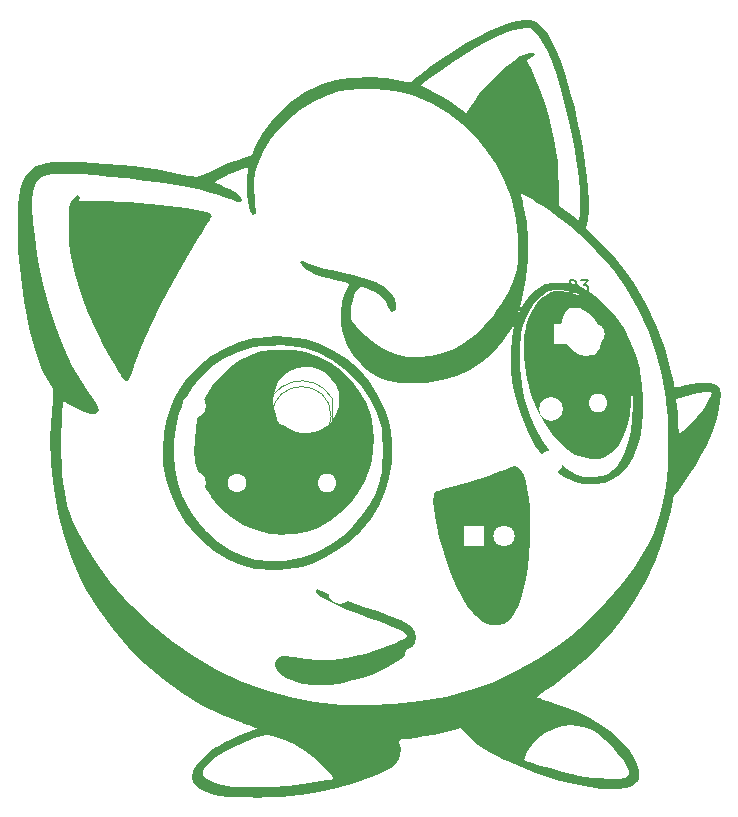
<source format=gto>
G04 #@! TF.GenerationSoftware,KiCad,Pcbnew,8.99.0-3458-gcd40f6046b*
G04 #@! TF.CreationDate,2025-06-29T19:21:04+05:30*
G04 #@! TF.ProjectId,solder,736f6c64-6572-42e6-9b69-6361645f7063,rev?*
G04 #@! TF.SameCoordinates,Original*
G04 #@! TF.FileFunction,Legend,Top*
G04 #@! TF.FilePolarity,Positive*
%FSLAX46Y46*%
G04 Gerber Fmt 4.6, Leading zero omitted, Abs format (unit mm)*
G04 Created by KiCad (PCBNEW 8.99.0-3458-gcd40f6046b) date 2025-06-29 19:21:04*
%MOMM*%
%LPD*%
G01*
G04 APERTURE LIST*
%ADD10C,0.150000*%
%ADD11C,0.120000*%
%ADD12C,0.000000*%
%ADD13R,1.800000X1.800000*%
%ADD14C,1.800000*%
%ADD15O,1.600000X1.600000*%
%ADD16C,1.600000*%
%ADD17C,2.000000*%
G04 APERTURE END LIST*
D10*
X220876905Y-77139819D02*
X220876905Y-76139819D01*
X220876905Y-76139819D02*
X221115000Y-76139819D01*
X221115000Y-76139819D02*
X221257857Y-76187438D01*
X221257857Y-76187438D02*
X221353095Y-76282676D01*
X221353095Y-76282676D02*
X221400714Y-76377914D01*
X221400714Y-76377914D02*
X221448333Y-76568390D01*
X221448333Y-76568390D02*
X221448333Y-76711247D01*
X221448333Y-76711247D02*
X221400714Y-76901723D01*
X221400714Y-76901723D02*
X221353095Y-76996961D01*
X221353095Y-76996961D02*
X221257857Y-77092200D01*
X221257857Y-77092200D02*
X221115000Y-77139819D01*
X221115000Y-77139819D02*
X220876905Y-77139819D01*
X221781667Y-76139819D02*
X222400714Y-76139819D01*
X222400714Y-76139819D02*
X222067381Y-76520771D01*
X222067381Y-76520771D02*
X222210238Y-76520771D01*
X222210238Y-76520771D02*
X222305476Y-76568390D01*
X222305476Y-76568390D02*
X222353095Y-76616009D01*
X222353095Y-76616009D02*
X222400714Y-76711247D01*
X222400714Y-76711247D02*
X222400714Y-76949342D01*
X222400714Y-76949342D02*
X222353095Y-77044580D01*
X222353095Y-77044580D02*
X222305476Y-77092200D01*
X222305476Y-77092200D02*
X222210238Y-77139819D01*
X222210238Y-77139819D02*
X221924524Y-77139819D01*
X221924524Y-77139819D02*
X221829286Y-77092200D01*
X221829286Y-77092200D02*
X221781667Y-77044580D01*
X197386905Y-92044819D02*
X197386905Y-91044819D01*
X197386905Y-91044819D02*
X197625000Y-91044819D01*
X197625000Y-91044819D02*
X197767857Y-91092438D01*
X197767857Y-91092438D02*
X197863095Y-91187676D01*
X197863095Y-91187676D02*
X197910714Y-91282914D01*
X197910714Y-91282914D02*
X197958333Y-91473390D01*
X197958333Y-91473390D02*
X197958333Y-91616247D01*
X197958333Y-91616247D02*
X197910714Y-91806723D01*
X197910714Y-91806723D02*
X197863095Y-91901961D01*
X197863095Y-91901961D02*
X197767857Y-91997200D01*
X197767857Y-91997200D02*
X197625000Y-92044819D01*
X197625000Y-92044819D02*
X197386905Y-92044819D01*
X198910714Y-92044819D02*
X198339286Y-92044819D01*
X198625000Y-92044819D02*
X198625000Y-91044819D01*
X198625000Y-91044819D02*
X198529762Y-91187676D01*
X198529762Y-91187676D02*
X198434524Y-91282914D01*
X198434524Y-91282914D02*
X198339286Y-91330533D01*
X213256905Y-94284819D02*
X213256905Y-93284819D01*
X213256905Y-93284819D02*
X213495000Y-93284819D01*
X213495000Y-93284819D02*
X213637857Y-93332438D01*
X213637857Y-93332438D02*
X213733095Y-93427676D01*
X213733095Y-93427676D02*
X213780714Y-93522914D01*
X213780714Y-93522914D02*
X213828333Y-93713390D01*
X213828333Y-93713390D02*
X213828333Y-93856247D01*
X213828333Y-93856247D02*
X213780714Y-94046723D01*
X213780714Y-94046723D02*
X213733095Y-94141961D01*
X213733095Y-94141961D02*
X213637857Y-94237200D01*
X213637857Y-94237200D02*
X213495000Y-94284819D01*
X213495000Y-94284819D02*
X213256905Y-94284819D01*
X214733095Y-93284819D02*
X214256905Y-93284819D01*
X214256905Y-93284819D02*
X214209286Y-93761009D01*
X214209286Y-93761009D02*
X214256905Y-93713390D01*
X214256905Y-93713390D02*
X214352143Y-93665771D01*
X214352143Y-93665771D02*
X214590238Y-93665771D01*
X214590238Y-93665771D02*
X214685476Y-93713390D01*
X214685476Y-93713390D02*
X214733095Y-93761009D01*
X214733095Y-93761009D02*
X214780714Y-93856247D01*
X214780714Y-93856247D02*
X214780714Y-94094342D01*
X214780714Y-94094342D02*
X214733095Y-94189580D01*
X214733095Y-94189580D02*
X214685476Y-94237200D01*
X214685476Y-94237200D02*
X214590238Y-94284819D01*
X214590238Y-94284819D02*
X214352143Y-94284819D01*
X214352143Y-94284819D02*
X214256905Y-94237200D01*
X214256905Y-94237200D02*
X214209286Y-94189580D01*
D11*
G04 #@! TO.C,D3*
X219055000Y-79100000D02*
X219055000Y-82190000D01*
X219055000Y-79100170D02*
G75*
G02*
X224605000Y-80644952I2560000J-1544830D01*
G01*
X224605000Y-80645048D02*
G75*
G02*
X219055000Y-82189830I-2990000J48D01*
G01*
X224115000Y-80645000D02*
G75*
G02*
X219115000Y-80645000I-2500000J0D01*
G01*
X219115000Y-80645000D02*
G75*
G02*
X224115000Y-80645000I2500000J0D01*
G01*
D12*
G04 #@! TO.C,G\u002A\u002A\u002A*
G36*
X196755046Y-82000550D02*
G01*
X197443766Y-82042365D01*
X198064706Y-82118660D01*
X198485183Y-82207167D01*
X199585515Y-82598212D01*
X200604153Y-83138490D01*
X201526798Y-83811814D01*
X202339150Y-84601998D01*
X203026911Y-85492853D01*
X203575781Y-86468192D01*
X203971461Y-87511829D01*
X204199652Y-88607577D01*
X204209099Y-88686839D01*
X204251930Y-89545968D01*
X204203864Y-90465529D01*
X204072334Y-91362257D01*
X203912954Y-92004176D01*
X203490655Y-93089094D01*
X202919339Y-94102857D01*
X202217447Y-95027032D01*
X201403420Y-95843182D01*
X200495700Y-96532874D01*
X199512727Y-97077673D01*
X198472943Y-97459144D01*
X198449672Y-97465533D01*
X198065201Y-97540900D01*
X197558389Y-97599710D01*
X196988561Y-97639190D01*
X196415037Y-97656572D01*
X195897140Y-97649084D01*
X195494192Y-97613956D01*
X195445636Y-97605822D01*
X194269578Y-97299169D01*
X193177852Y-96827042D01*
X192173389Y-96191298D01*
X191259123Y-95393796D01*
X190437985Y-94436394D01*
X190432695Y-94429297D01*
X189857740Y-93524952D01*
X189428384Y-92541233D01*
X189217062Y-91835031D01*
X189134837Y-91481184D01*
X189081925Y-91161086D01*
X189054580Y-90822769D01*
X189049056Y-90414264D01*
X189061608Y-89883601D01*
X189066436Y-89744938D01*
X189163133Y-88574832D01*
X189371674Y-87525779D01*
X189704270Y-86561667D01*
X189811663Y-86352022D01*
X195713514Y-86352022D01*
X195802874Y-86987729D01*
X196042031Y-87608810D01*
X196415729Y-88162288D01*
X196743153Y-88457351D01*
X197175709Y-88721699D01*
X197656123Y-88930993D01*
X198127121Y-89060895D01*
X198531430Y-89087066D01*
X198578223Y-89081257D01*
X198791153Y-89048103D01*
X199078449Y-89002955D01*
X199136465Y-88993796D01*
X199716063Y-88812375D01*
X200241381Y-88477325D01*
X200688544Y-88018595D01*
X201033683Y-87466136D01*
X201252924Y-86849898D01*
X201322912Y-86250677D01*
X201253105Y-85579141D01*
X201033222Y-84992149D01*
X200647566Y-84452423D01*
X200500538Y-84297482D01*
X200013023Y-83882772D01*
X199511476Y-83619871D01*
X198942174Y-83486964D01*
X198436949Y-83459468D01*
X197759517Y-83541916D01*
X197161435Y-83773648D01*
X196652768Y-84131249D01*
X196243578Y-84591302D01*
X195943930Y-85130393D01*
X195763887Y-85725105D01*
X195713514Y-86352022D01*
X189811663Y-86352022D01*
X190173133Y-85646388D01*
X190731482Y-84821539D01*
X191354896Y-84115639D01*
X192104566Y-83467943D01*
X192937627Y-82906400D01*
X193811211Y-82458957D01*
X194682452Y-82153563D01*
X194904903Y-82100536D01*
X195423343Y-82027781D01*
X196060814Y-81995070D01*
X196755046Y-82000550D01*
G37*
G36*
X179315779Y-68971530D02*
G01*
X179350530Y-69122197D01*
X179342631Y-69177783D01*
X179298166Y-69410384D01*
X180946478Y-69410384D01*
X183493353Y-69485905D01*
X186115392Y-69713325D01*
X188436831Y-70030507D01*
X189153351Y-70150650D01*
X189700946Y-70258628D01*
X190095993Y-70359308D01*
X190354867Y-70457557D01*
X190493943Y-70558241D01*
X190530238Y-70652678D01*
X190482275Y-70770342D01*
X190348713Y-71017640D01*
X190145042Y-71367978D01*
X189886750Y-71794762D01*
X189589329Y-72271399D01*
X189565575Y-72308891D01*
X188317830Y-74336544D01*
X187196974Y-76284062D01*
X186206553Y-78144424D01*
X185350114Y-79910613D01*
X184631205Y-81575608D01*
X184053373Y-83132391D01*
X183972958Y-83374929D01*
X183783046Y-83936515D01*
X183627246Y-84331427D01*
X183491987Y-84572860D01*
X183363702Y-84674007D01*
X183228820Y-84648065D01*
X183073775Y-84508226D01*
X182956438Y-84363401D01*
X182798763Y-84131818D01*
X182572985Y-83766617D01*
X182296913Y-83299242D01*
X181988362Y-82761132D01*
X181665142Y-82183730D01*
X181345066Y-81598477D01*
X181045945Y-81036816D01*
X180790919Y-80540803D01*
X180023181Y-78881227D01*
X179407615Y-77253050D01*
X178927961Y-75608577D01*
X178613696Y-74155439D01*
X178519366Y-73588179D01*
X178455099Y-73049891D01*
X178416019Y-72479700D01*
X178397252Y-71816729D01*
X178393887Y-71410750D01*
X178393245Y-70828823D01*
X178398261Y-70400687D01*
X178412482Y-70094063D01*
X178439454Y-69876675D01*
X178482724Y-69716245D01*
X178545838Y-69580495D01*
X178606136Y-69478987D01*
X178809104Y-69210158D01*
X179015047Y-69027787D01*
X179193945Y-68944152D01*
X179315779Y-68971530D01*
G37*
G36*
X196875662Y-80902703D02*
G01*
X197705375Y-80981875D01*
X198428380Y-81110205D01*
X198485183Y-81123906D01*
X199724272Y-81524757D01*
X200890826Y-82090310D01*
X201970078Y-82808378D01*
X202947258Y-83666776D01*
X203807599Y-84653318D01*
X204536332Y-85755817D01*
X204867611Y-86390238D01*
X205235005Y-87241103D01*
X205494042Y-88048469D01*
X205660747Y-88878924D01*
X205751146Y-89799054D01*
X205766669Y-90125824D01*
X205742435Y-91523407D01*
X205558565Y-92829549D01*
X205210871Y-94055091D01*
X204695164Y-95210875D01*
X204007257Y-96307742D01*
X203142960Y-97356536D01*
X202858900Y-97653063D01*
X202024164Y-98399596D01*
X201076306Y-99078167D01*
X200062096Y-99661447D01*
X199028300Y-100122104D01*
X198159542Y-100399278D01*
X197569767Y-100513603D01*
X196868097Y-100593674D01*
X196114591Y-100637339D01*
X195369307Y-100642444D01*
X194692303Y-100606837D01*
X194205329Y-100541016D01*
X192978377Y-100209162D01*
X191812687Y-99704789D01*
X190717342Y-99033991D01*
X189701419Y-98202863D01*
X188773999Y-97217497D01*
X188261455Y-96551487D01*
X187573227Y-95433678D01*
X187037463Y-94235658D01*
X186656175Y-92979481D01*
X186431377Y-91687200D01*
X186392164Y-90914502D01*
X187305547Y-90914502D01*
X187429511Y-92108417D01*
X187674615Y-93282212D01*
X188030525Y-94375618D01*
X188156035Y-94675959D01*
X188484401Y-95309980D01*
X188922121Y-95996959D01*
X189428764Y-96679438D01*
X189963903Y-97299960D01*
X190106341Y-97447719D01*
X191061153Y-98294098D01*
X192074160Y-98963737D01*
X193145270Y-99456604D01*
X194274388Y-99772668D01*
X195461423Y-99911897D01*
X196706281Y-99874259D01*
X197094181Y-99828032D01*
X198314256Y-99569427D01*
X199471106Y-99140457D01*
X200569791Y-98538407D01*
X201615373Y-97760558D01*
X202494621Y-96929475D01*
X203281988Y-96017869D01*
X203907334Y-95087428D01*
X204393526Y-94098297D01*
X204763434Y-93010622D01*
X204781887Y-92943360D01*
X204894434Y-92378790D01*
X204969928Y-91687438D01*
X205007914Y-90923833D01*
X205007938Y-90142506D01*
X204969545Y-89397985D01*
X204892279Y-88744801D01*
X204819866Y-88390604D01*
X204446771Y-87233002D01*
X203938875Y-86180962D01*
X203277806Y-85201259D01*
X202658298Y-84481060D01*
X201708887Y-83596536D01*
X200669036Y-82856413D01*
X199560327Y-82273954D01*
X198404340Y-81862423D01*
X198392142Y-81859087D01*
X197814050Y-81744466D01*
X197107918Y-81671223D01*
X196327133Y-81639364D01*
X195525078Y-81648897D01*
X194755139Y-81699829D01*
X194070701Y-81792168D01*
X193758610Y-81858461D01*
X192565521Y-82247335D01*
X191470110Y-82788679D01*
X190481506Y-83471300D01*
X189608837Y-84284006D01*
X188861233Y-85215605D01*
X188247824Y-86254905D01*
X187777736Y-87390713D01*
X187460101Y-88611839D01*
X187313061Y-89760734D01*
X187305547Y-90914502D01*
X186392164Y-90914502D01*
X186365083Y-90380871D01*
X186459307Y-89082547D01*
X186716062Y-87814282D01*
X187137363Y-86598130D01*
X187316639Y-86204157D01*
X187762594Y-85388860D01*
X188286173Y-84641513D01*
X188924024Y-83913832D01*
X189438691Y-83408451D01*
X190460949Y-82578219D01*
X191581028Y-81905036D01*
X192791392Y-81392572D01*
X194084505Y-81044493D01*
X194420752Y-80983437D01*
X195165904Y-80901152D01*
X196006690Y-80875018D01*
X196875662Y-80902703D01*
G37*
G36*
X216476340Y-91922504D02*
G01*
X216710018Y-92179814D01*
X216915172Y-92588646D01*
X217090456Y-93132623D01*
X217234527Y-93795367D01*
X217346041Y-94560499D01*
X217423653Y-95411643D01*
X217466019Y-96332419D01*
X217471795Y-97306451D01*
X217439636Y-98317360D01*
X217368199Y-99348768D01*
X217256139Y-100384298D01*
X217102112Y-101407571D01*
X217032565Y-101788406D01*
X216792757Y-102805252D01*
X216496697Y-103656236D01*
X216146369Y-104338942D01*
X215743756Y-104850952D01*
X215290844Y-105189850D01*
X214789616Y-105353219D01*
X214242057Y-105338642D01*
X214136188Y-105316331D01*
X213791958Y-105213565D01*
X213493174Y-105066938D01*
X213195880Y-104846412D01*
X212856121Y-104521950D01*
X212641055Y-104294607D01*
X212160181Y-103688431D01*
X211681073Y-102918054D01*
X211213461Y-102005190D01*
X210767075Y-100971548D01*
X210351642Y-99838840D01*
X209976893Y-98628775D01*
X209790420Y-97933297D01*
X209559839Y-96953909D01*
X209394623Y-96096617D01*
X209295446Y-95370468D01*
X209262985Y-94784509D01*
X209297913Y-94347787D01*
X209400907Y-94069350D01*
X209495580Y-93982068D01*
X209641607Y-93929849D01*
X209928694Y-93846218D01*
X210316743Y-93742269D01*
X210765652Y-93629098D01*
X210813022Y-93617537D01*
X212062492Y-93293870D01*
X213179369Y-92963998D01*
X214146995Y-92633277D01*
X214948711Y-92307059D01*
X215082072Y-92245478D01*
X215476273Y-92070915D01*
X215834664Y-91932961D01*
X216107931Y-91849558D01*
X216215480Y-91833095D01*
X216476340Y-91922504D01*
G37*
G36*
X199580664Y-102321272D02*
G01*
X199828560Y-102408280D01*
X200201317Y-102570917D01*
X200366140Y-102647080D01*
X200711472Y-102794918D01*
X201197853Y-102984639D01*
X201788633Y-103202913D01*
X202447161Y-103436410D01*
X203136787Y-103671797D01*
X203631737Y-103834878D01*
X204595843Y-104153767D01*
X205395257Y-104433316D01*
X206045560Y-104680309D01*
X206562333Y-104901529D01*
X206961157Y-105103758D01*
X207257614Y-105293780D01*
X207467285Y-105478379D01*
X207505187Y-105521158D01*
X207750103Y-105933791D01*
X207820926Y-106370116D01*
X207726968Y-106822376D01*
X207477542Y-107282814D01*
X207081959Y-107743676D01*
X206549531Y-108197204D01*
X205889570Y-108635642D01*
X205111386Y-109051234D01*
X204224294Y-109436224D01*
X203237603Y-109782856D01*
X202160626Y-110083374D01*
X201974194Y-110128153D01*
X201253519Y-110266314D01*
X200485697Y-110359791D01*
X199721371Y-110406193D01*
X199011184Y-110403128D01*
X198405779Y-110348204D01*
X198185977Y-110307068D01*
X197467955Y-110088685D01*
X196839396Y-109789320D01*
X196334722Y-109428020D01*
X196060676Y-109131190D01*
X195874041Y-108792524D01*
X195857503Y-108491950D01*
X196009495Y-108195748D01*
X196016772Y-108186412D01*
X196216448Y-108004283D01*
X196477817Y-107911956D01*
X196832740Y-107906128D01*
X197313074Y-107983493D01*
X197520370Y-108030487D01*
X198529527Y-108211483D01*
X199587427Y-108279466D01*
X200719701Y-108233679D01*
X201951978Y-108073365D01*
X202997637Y-107868643D01*
X203567335Y-107727432D01*
X204175887Y-107549719D01*
X204793563Y-107346993D01*
X205390637Y-107130747D01*
X205937380Y-106912471D01*
X206404064Y-106703657D01*
X206760961Y-106515796D01*
X206978344Y-106360379D01*
X207016307Y-106315240D01*
X207045238Y-106191776D01*
X206971936Y-106056820D01*
X206784987Y-105904496D01*
X206472980Y-105728924D01*
X206024501Y-105524227D01*
X205428139Y-105284526D01*
X204672479Y-105003944D01*
X204021080Y-104772511D01*
X202809734Y-104332997D01*
X201777221Y-103926135D01*
X200924440Y-103552333D01*
X200252293Y-103211998D01*
X199761680Y-102905534D01*
X199593186Y-102772553D01*
X199381891Y-102570701D01*
X199304248Y-102438711D01*
X199340105Y-102341703D01*
X199342697Y-102338996D01*
X199428439Y-102301107D01*
X199580664Y-102321272D01*
G37*
G36*
X217488415Y-54084570D02*
G01*
X217814989Y-54179761D01*
X218121127Y-54370841D01*
X218459911Y-54684345D01*
X218568931Y-54798833D01*
X218957379Y-55300885D01*
X219350679Y-55976634D01*
X219744511Y-56813924D01*
X220134558Y-57800597D01*
X220516501Y-58924497D01*
X220886021Y-60173466D01*
X221238801Y-61535349D01*
X221570520Y-62997987D01*
X221693705Y-63595366D01*
X221939534Y-64911408D01*
X222138808Y-66169540D01*
X222289801Y-67350498D01*
X222390787Y-68435019D01*
X222440041Y-69403842D01*
X222435837Y-70237702D01*
X222376450Y-70917337D01*
X222359223Y-71024939D01*
X222248365Y-71661530D01*
X223345895Y-72792283D01*
X224109502Y-73599954D01*
X224761380Y-74339146D01*
X225337735Y-75054261D01*
X225874769Y-75789698D01*
X226278151Y-76388406D01*
X227309548Y-78132534D01*
X228173427Y-79954171D01*
X228871873Y-81858368D01*
X229406970Y-83850175D01*
X229462556Y-84105947D01*
X229552561Y-84521188D01*
X229630686Y-84863641D01*
X229688108Y-85095781D01*
X229715022Y-85179619D01*
X229813691Y-85175190D01*
X230051879Y-85137274D01*
X230387513Y-85073015D01*
X230584084Y-85032094D01*
X231147075Y-84931686D01*
X231724329Y-84862970D01*
X232267633Y-84828900D01*
X232728773Y-84832431D01*
X233059536Y-84876518D01*
X233071219Y-84879681D01*
X233341953Y-85046040D01*
X233517933Y-85357331D01*
X233601047Y-85799469D01*
X233593185Y-86358371D01*
X233496235Y-87019953D01*
X233312087Y-87770130D01*
X233042629Y-88594819D01*
X232689751Y-89479934D01*
X232356998Y-90204890D01*
X231973968Y-90934672D01*
X231497656Y-91747219D01*
X230961564Y-92589090D01*
X230399194Y-93406847D01*
X230063456Y-93863221D01*
X229849917Y-94161418D01*
X229689854Y-94415640D01*
X229610961Y-94580944D01*
X229607161Y-94603716D01*
X229580961Y-94835632D01*
X229508228Y-95210735D01*
X229397757Y-95694551D01*
X229258346Y-96252601D01*
X229098791Y-96850411D01*
X228927889Y-97453504D01*
X228754437Y-98027404D01*
X228653525Y-98341199D01*
X228030723Y-99984301D01*
X227256874Y-101622963D01*
X226357415Y-103211452D01*
X225357783Y-104704037D01*
X224510755Y-105789139D01*
X223378940Y-107042767D01*
X222121616Y-108264021D01*
X220787640Y-109409435D01*
X219425874Y-110435542D01*
X218848931Y-110826003D01*
X218462641Y-111083719D01*
X218218641Y-111262616D01*
X218099145Y-111378760D01*
X218086369Y-111448213D01*
X218128616Y-111476607D01*
X218282833Y-111530199D01*
X218572425Y-111626222D01*
X218955382Y-111750884D01*
X219372729Y-111884981D01*
X220442244Y-112265968D01*
X221507377Y-112719230D01*
X222525247Y-113223197D01*
X223452974Y-113756301D01*
X224247678Y-114296973D01*
X224397347Y-114412377D01*
X225119944Y-115049322D01*
X225724737Y-115717746D01*
X226197320Y-116396517D01*
X226523284Y-117064507D01*
X226688221Y-117700584D01*
X226697649Y-117785955D01*
X226715146Y-118105036D01*
X226683253Y-118316346D01*
X226583713Y-118495572D01*
X226501738Y-118598151D01*
X226115330Y-118914430D01*
X225577801Y-119126994D01*
X224893037Y-119235076D01*
X224064925Y-119237913D01*
X223502029Y-119188914D01*
X221584377Y-118880435D01*
X219638330Y-118398524D01*
X217684002Y-117749398D01*
X215741503Y-116939272D01*
X215117294Y-116639397D01*
X216992245Y-116639397D01*
X217030549Y-116714045D01*
X217146146Y-116790334D01*
X217365727Y-116882403D01*
X217715982Y-117004391D01*
X218089156Y-117126840D01*
X219168466Y-117456352D01*
X220282377Y-117758460D01*
X221343578Y-118009936D01*
X221652216Y-118074796D01*
X222202247Y-118168482D01*
X222813623Y-118243085D01*
X223447423Y-118296843D01*
X224064727Y-118327996D01*
X224626614Y-118334781D01*
X225094163Y-118315437D01*
X225428452Y-118268203D01*
X225495702Y-118248762D01*
X225730015Y-118125697D01*
X225835673Y-117947637D01*
X225815448Y-117687998D01*
X225672112Y-117320193D01*
X225606445Y-117186609D01*
X225298964Y-116683136D01*
X224872192Y-116125582D01*
X224365813Y-115556581D01*
X223819505Y-115018770D01*
X223272951Y-114554785D01*
X222925167Y-114305654D01*
X222513230Y-114101987D01*
X221988293Y-113935883D01*
X221422472Y-113826004D01*
X220934610Y-113790604D01*
X220193305Y-113871606D01*
X219458800Y-114100180D01*
X218761901Y-114454679D01*
X218133416Y-114913455D01*
X217604152Y-115454860D01*
X217204914Y-116057245D01*
X217004544Y-116552248D01*
X216992245Y-116639397D01*
X215117294Y-116639397D01*
X214872587Y-116521838D01*
X214146587Y-116142468D01*
X213557241Y-115794515D01*
X213064758Y-115450300D01*
X212629344Y-115082142D01*
X212233083Y-114685823D01*
X211658587Y-114071685D01*
X210700822Y-114297556D01*
X210050592Y-114440307D01*
X209305740Y-114586700D01*
X208529091Y-114725692D01*
X207783469Y-114846241D01*
X207131699Y-114937303D01*
X206921102Y-114961943D01*
X206603317Y-115001629D01*
X206433881Y-115045151D01*
X206375624Y-115110835D01*
X206391379Y-115217007D01*
X206393017Y-115222333D01*
X206506016Y-115798718D01*
X206477078Y-116315532D01*
X206366403Y-116635186D01*
X206197407Y-116918899D01*
X205989681Y-117163925D01*
X205717188Y-117387450D01*
X205353895Y-117606658D01*
X204873767Y-117838735D01*
X204250769Y-118100865D01*
X203987248Y-118205605D01*
X202617757Y-118687528D01*
X201130244Y-119109408D01*
X199587137Y-119456629D01*
X198050863Y-119714574D01*
X197043058Y-119831422D01*
X196500405Y-119870168D01*
X195852541Y-119897885D01*
X195135046Y-119914806D01*
X194383497Y-119921165D01*
X193633473Y-119917195D01*
X192920552Y-119903127D01*
X192280313Y-119879195D01*
X191748333Y-119845631D01*
X191360192Y-119802669D01*
X191308073Y-119793905D01*
X190717712Y-119673366D01*
X190257801Y-119543816D01*
X189872976Y-119386355D01*
X189507868Y-119182083D01*
X189498394Y-119176137D01*
X189136485Y-118892107D01*
X188932144Y-118574475D01*
X188857380Y-118175704D01*
X188855512Y-118084295D01*
X188914262Y-117807499D01*
X189785915Y-117807499D01*
X189811234Y-118035191D01*
X189916642Y-118201879D01*
X190146322Y-118377276D01*
X190147514Y-118378065D01*
X190635692Y-118626142D01*
X191267812Y-118828945D01*
X192004788Y-118974760D01*
X192242545Y-119005880D01*
X192627492Y-119033518D01*
X193157941Y-119047699D01*
X193793860Y-119049250D01*
X194495220Y-119038997D01*
X195221990Y-119017765D01*
X195934140Y-118986380D01*
X196591640Y-118945669D01*
X197054993Y-118906587D01*
X197574249Y-118851147D01*
X198139583Y-118783126D01*
X198719959Y-118707118D01*
X199284342Y-118627717D01*
X199801696Y-118549518D01*
X200240986Y-118477115D01*
X200571176Y-118415103D01*
X200761229Y-118368075D01*
X200792457Y-118353318D01*
X200784269Y-118242641D01*
X200659373Y-118034471D01*
X200439992Y-117755109D01*
X200148349Y-117430853D01*
X199806667Y-117088003D01*
X199447711Y-116761916D01*
X198442011Y-115980438D01*
X197447274Y-115378747D01*
X196453784Y-114951702D01*
X195586209Y-114718883D01*
X195261164Y-114664729D01*
X195007590Y-114657909D01*
X194744818Y-114705020D01*
X194392179Y-114812657D01*
X194376685Y-114817778D01*
X193375077Y-115186055D01*
X192435326Y-115603351D01*
X191588003Y-116053371D01*
X190863680Y-116519822D01*
X190292927Y-116986411D01*
X190274377Y-117004216D01*
X190009697Y-117275120D01*
X189860196Y-117478492D01*
X189796032Y-117663405D01*
X189785915Y-117807499D01*
X188914262Y-117807499D01*
X188937857Y-117696331D01*
X189172943Y-117256368D01*
X189542847Y-116786564D01*
X190029644Y-116309080D01*
X190615411Y-115846074D01*
X190731550Y-115764902D01*
X191118013Y-115526651D01*
X191624775Y-115251857D01*
X192197024Y-114966928D01*
X192779949Y-114698271D01*
X193318740Y-114472295D01*
X193705441Y-114332086D01*
X194017056Y-114225126D01*
X194244644Y-114134428D01*
X194343741Y-114077909D01*
X194344890Y-114074434D01*
X194261780Y-114027731D01*
X194033685Y-113935187D01*
X193692456Y-113808884D01*
X193269945Y-113660903D01*
X193123629Y-113611230D01*
X191362347Y-112922908D01*
X189639368Y-112063240D01*
X187969676Y-111045498D01*
X186368259Y-109882949D01*
X184850099Y-108588864D01*
X183430184Y-107176512D01*
X182123499Y-105659161D01*
X180945029Y-104050083D01*
X179909759Y-102362544D01*
X179459891Y-101512223D01*
X178659619Y-99717934D01*
X178003010Y-97818187D01*
X177492574Y-95828772D01*
X177130822Y-93765480D01*
X176920262Y-91644102D01*
X176863403Y-89480428D01*
X176962755Y-87290249D01*
X177052210Y-86361413D01*
X177098338Y-85927764D01*
X177118777Y-85635718D01*
X177110215Y-85442150D01*
X177069341Y-85303932D01*
X176992843Y-85177939D01*
X176957628Y-85129543D01*
X176562829Y-84498340D01*
X176182011Y-83700684D01*
X175819457Y-82755950D01*
X175479452Y-81683513D01*
X175166279Y-80502747D01*
X174884222Y-79233027D01*
X174637566Y-77893727D01*
X174430594Y-76504224D01*
X174267589Y-75083890D01*
X174152836Y-73652102D01*
X174090618Y-72228234D01*
X174088907Y-72155073D01*
X174080176Y-71012248D01*
X174111172Y-70034304D01*
X174147580Y-69625154D01*
X175326350Y-69625154D01*
X175328047Y-69968626D01*
X175380936Y-71151358D01*
X175516933Y-72461295D01*
X175728210Y-73863292D01*
X176006941Y-75322206D01*
X176345298Y-76802892D01*
X176735456Y-78270207D01*
X177169586Y-79689007D01*
X177639863Y-81024148D01*
X177979434Y-81873742D01*
X178687785Y-83367357D01*
X179505711Y-84742445D01*
X179964533Y-85401013D01*
X180388429Y-86002583D01*
X180696096Y-86489285D01*
X180883621Y-86854382D01*
X180947087Y-87091139D01*
X180947087Y-87091314D01*
X180873401Y-87307986D01*
X180668122Y-87425533D01*
X180354920Y-87447394D01*
X179957466Y-87377009D01*
X179499431Y-87217818D01*
X179004483Y-86973259D01*
X178656794Y-86758531D01*
X178364246Y-86569042D01*
X178136103Y-86433828D01*
X178011019Y-86375381D01*
X177999488Y-86376054D01*
X177955479Y-86508696D01*
X177913030Y-86799748D01*
X177873873Y-87221543D01*
X177839739Y-87746409D01*
X177812360Y-88346679D01*
X177793467Y-88994683D01*
X177784791Y-89662751D01*
X177784424Y-89813135D01*
X177792923Y-90790763D01*
X177822596Y-91641403D01*
X177878480Y-92423447D01*
X177965616Y-93195285D01*
X178089043Y-94015310D01*
X178203662Y-94670824D01*
X178293345Y-95141019D01*
X178379666Y-95520515D01*
X178479558Y-95857417D01*
X178609955Y-96199828D01*
X178787793Y-96595853D01*
X179030006Y-97093595D01*
X179120751Y-97275952D01*
X179953047Y-98809784D01*
X180882701Y-100260228D01*
X181934184Y-101661184D01*
X183131970Y-103046554D01*
X183779992Y-103730258D01*
X185470346Y-105342160D01*
X187233716Y-106782955D01*
X189069176Y-108052300D01*
X190975804Y-109149847D01*
X192952676Y-110075251D01*
X194998867Y-110828166D01*
X197113454Y-111408248D01*
X199295512Y-111815149D01*
X201544119Y-112048525D01*
X203858349Y-112108029D01*
X205928406Y-112017793D01*
X208192292Y-111770639D01*
X210351892Y-111373229D01*
X212417812Y-110821682D01*
X214400660Y-110112117D01*
X216311043Y-109240654D01*
X218159567Y-108203412D01*
X219956840Y-106996508D01*
X220256611Y-106775253D01*
X220906015Y-106257011D01*
X221631007Y-105622793D01*
X222397560Y-104906727D01*
X223171644Y-104142943D01*
X223919231Y-103365572D01*
X224606290Y-102608744D01*
X225198794Y-101906588D01*
X225507001Y-101509285D01*
X226229623Y-100486110D01*
X226920840Y-99411178D01*
X227539613Y-98350276D01*
X227882762Y-97700896D01*
X228160658Y-97041320D01*
X228418289Y-96212109D01*
X228651995Y-95228963D01*
X228858113Y-94107585D01*
X229032981Y-92863678D01*
X229055945Y-92670457D01*
X229107761Y-92066424D01*
X229142885Y-91321748D01*
X229161647Y-90481084D01*
X229164375Y-89589091D01*
X229151396Y-88690425D01*
X229123041Y-87829742D01*
X229079637Y-87051701D01*
X229021514Y-86400957D01*
X229009061Y-86297197D01*
X228989187Y-86179580D01*
X229866476Y-86179580D01*
X229920626Y-86843151D01*
X229954661Y-87270618D01*
X229994058Y-87780800D01*
X230030883Y-88270808D01*
X230034504Y-88319982D01*
X230094231Y-89133242D01*
X230432198Y-88865102D01*
X230665326Y-88662579D01*
X230962571Y-88380507D01*
X231262858Y-88077007D01*
X231286796Y-88051841D01*
X231581302Y-87725404D01*
X231865806Y-87383971D01*
X232080854Y-87099031D01*
X232088383Y-87088040D01*
X232252045Y-86830513D01*
X232434987Y-86517047D01*
X232611998Y-86194440D01*
X232757869Y-85909490D01*
X232847391Y-85708994D01*
X232863571Y-85649008D01*
X232778535Y-85624152D01*
X232555390Y-85606352D01*
X232242077Y-85599398D01*
X232235779Y-85599395D01*
X231762475Y-85630953D01*
X231252991Y-85734208D01*
X230737231Y-85889488D01*
X229866476Y-86179580D01*
X228989187Y-86179580D01*
X228660433Y-84233919D01*
X228146014Y-82251920D01*
X227466900Y-80353814D01*
X226624187Y-78542215D01*
X225618968Y-76819739D01*
X224452339Y-75188999D01*
X224251237Y-74937341D01*
X223719346Y-74321371D01*
X223074364Y-73638080D01*
X222356423Y-72925738D01*
X221605654Y-72222612D01*
X220862189Y-71566971D01*
X220166160Y-70997084D01*
X219929374Y-70816135D01*
X219505319Y-70508090D01*
X219038674Y-70183541D01*
X218554823Y-69858529D01*
X218079146Y-69549100D01*
X217637026Y-69271297D01*
X217253844Y-69041162D01*
X216954983Y-68874739D01*
X216765823Y-68788072D01*
X216712732Y-68782957D01*
X216716017Y-68885402D01*
X216758983Y-69127733D01*
X216833819Y-69469917D01*
X216900666Y-69746155D01*
X217180118Y-71197298D01*
X217317447Y-72731826D01*
X217312606Y-74312958D01*
X217165547Y-75903912D01*
X216910427Y-77318809D01*
X216813539Y-77740357D01*
X216724770Y-78108729D01*
X216655716Y-78376775D01*
X216624483Y-78481813D01*
X216632984Y-78510993D01*
X216720396Y-78405116D01*
X216857546Y-78202692D01*
X217269534Y-77647532D01*
X217743358Y-77147124D01*
X218231004Y-76748928D01*
X218488846Y-76590077D01*
X218712731Y-76479123D01*
X218917868Y-76407461D01*
X219154093Y-76366958D01*
X219471245Y-76349483D01*
X219919162Y-76346902D01*
X219977490Y-76347173D01*
X220491399Y-76357716D01*
X220875248Y-76388257D01*
X221184649Y-76446422D01*
X221475211Y-76539838D01*
X221526222Y-76559572D01*
X222395651Y-76996567D01*
X223230853Y-77599250D01*
X224017964Y-78348349D01*
X224743121Y-79224588D01*
X225392459Y-80208694D01*
X225952113Y-81281393D01*
X226408220Y-82423410D01*
X226746916Y-83615471D01*
X226808403Y-83902929D01*
X226979782Y-85031022D01*
X227056156Y-86196473D01*
X227040470Y-87363356D01*
X226935673Y-88495740D01*
X226744711Y-89557697D01*
X226470531Y-90513299D01*
X226215466Y-91131530D01*
X225760170Y-91877744D01*
X225189011Y-92486647D01*
X224520375Y-92949778D01*
X223772647Y-93258680D01*
X222964215Y-93404895D01*
X222113462Y-93379964D01*
X221562428Y-93272157D01*
X220935205Y-93059819D01*
X220353372Y-92750897D01*
X219770112Y-92317491D01*
X219392441Y-91978948D01*
X218612727Y-91126764D01*
X217904892Y-90121312D01*
X217280461Y-88985343D01*
X216750960Y-87741612D01*
X216327914Y-86412869D01*
X216113837Y-85506355D01*
X215981576Y-84694075D01*
X215896433Y-83810699D01*
X215858011Y-82897994D01*
X215861250Y-82529065D01*
X216640227Y-82529065D01*
X216651717Y-83433756D01*
X216692392Y-84208674D01*
X216769412Y-84908822D01*
X216889936Y-85589199D01*
X217061124Y-86304807D01*
X217194123Y-86784335D01*
X217527447Y-87748561D01*
X217966004Y-88723979D01*
X218484103Y-89665502D01*
X219056052Y-90528042D01*
X219656158Y-91266512D01*
X219881593Y-91500655D01*
X220583429Y-92096210D01*
X221297403Y-92508693D01*
X222033278Y-92741098D01*
X222800818Y-92796420D01*
X223609784Y-92677652D01*
X223670052Y-92662420D01*
X224062420Y-92490428D01*
X224480306Y-92191317D01*
X224873335Y-91807870D01*
X225191131Y-91382871D01*
X225206262Y-91357732D01*
X225525672Y-90687264D01*
X225785049Y-89865476D01*
X225979329Y-88918828D01*
X226103451Y-87873774D01*
X226152351Y-86756773D01*
X226151665Y-86417165D01*
X226138661Y-85366794D01*
X226057483Y-86390238D01*
X225916072Y-87522300D01*
X225683941Y-88520718D01*
X225364547Y-89378102D01*
X224961345Y-90087063D01*
X224477790Y-90640212D01*
X223917339Y-91030158D01*
X223878342Y-91049675D01*
X223586516Y-91181289D01*
X223343248Y-91250355D01*
X223072602Y-91269324D01*
X222698640Y-91250649D01*
X222667149Y-91248293D01*
X221957081Y-91130275D01*
X221301234Y-90878304D01*
X220664894Y-90475624D01*
X220141804Y-90029244D01*
X219347214Y-89160927D01*
X218642674Y-88149160D01*
X218041263Y-87019908D01*
X217556055Y-85799137D01*
X217269088Y-84762032D01*
X225993280Y-84762032D01*
X226007901Y-84894115D01*
X226040208Y-84878333D01*
X226052497Y-84687847D01*
X226040208Y-84645732D01*
X226006249Y-84634044D01*
X225993280Y-84762032D01*
X217269088Y-84762032D01*
X217200128Y-84512810D01*
X217096285Y-83982263D01*
X217012396Y-83316378D01*
X216967428Y-82558986D01*
X216961482Y-81774540D01*
X216994660Y-81027495D01*
X217067062Y-80382304D01*
X217090437Y-80248991D01*
X217167535Y-79958579D01*
X220114011Y-79958579D01*
X220174075Y-80474473D01*
X220342910Y-81001076D01*
X220624081Y-81512791D01*
X220851083Y-81805328D01*
X221263531Y-82169277D01*
X221734796Y-82412050D01*
X222222655Y-82520726D01*
X222684887Y-82482382D01*
X222859647Y-82420050D01*
X223156029Y-82188805D01*
X223369245Y-81827186D01*
X223491895Y-81374777D01*
X223516580Y-80871159D01*
X223435901Y-80355916D01*
X223310984Y-80005589D01*
X223004463Y-79485152D01*
X222608037Y-79040657D01*
X222156796Y-78699777D01*
X221685828Y-78490189D01*
X221320460Y-78435640D01*
X220890152Y-78514036D01*
X220550788Y-78731124D01*
X220305933Y-79061308D01*
X220159152Y-79478992D01*
X220114011Y-79958579D01*
X217167535Y-79958579D01*
X217308904Y-79426067D01*
X217625813Y-78689068D01*
X218025714Y-78062702D01*
X218493153Y-77571673D01*
X218523942Y-77551410D01*
X221884816Y-77551410D01*
X221931337Y-77597930D01*
X221977857Y-77551410D01*
X221931337Y-77504890D01*
X221884816Y-77551410D01*
X218523942Y-77551410D01*
X218954829Y-77267831D01*
X219255931Y-77131853D01*
X219501002Y-77063520D01*
X219771176Y-77049471D01*
X220128462Y-77074558D01*
X220555327Y-77133240D01*
X220994193Y-77223323D01*
X221282932Y-77304224D01*
X221543453Y-77383561D01*
X221707491Y-77416606D01*
X221739906Y-77403193D01*
X221601028Y-77306021D01*
X221325684Y-77199152D01*
X220962195Y-77094815D01*
X220558880Y-77005238D01*
X220164059Y-76942652D01*
X219827871Y-76919283D01*
X219427593Y-76936303D01*
X219126930Y-77000584D01*
X218841450Y-77131953D01*
X218785430Y-77164096D01*
X218201177Y-77608670D01*
X217696344Y-78212716D01*
X217268172Y-78980336D01*
X216913902Y-79915634D01*
X216896360Y-79972500D01*
X216805187Y-80282884D01*
X216738702Y-80552958D01*
X216693006Y-80821624D01*
X216664201Y-81127787D01*
X216648391Y-81510351D01*
X216641678Y-82008219D01*
X216640227Y-82529065D01*
X215861250Y-82529065D01*
X215865914Y-81997724D01*
X215919748Y-81151656D01*
X216019116Y-80401555D01*
X216163622Y-79789187D01*
X216168138Y-79774979D01*
X216156377Y-79759619D01*
X216073136Y-79881938D01*
X215935708Y-80116073D01*
X215912997Y-80156538D01*
X215188967Y-81282059D01*
X214359903Y-82254015D01*
X213426095Y-83072243D01*
X212387837Y-83736580D01*
X211245421Y-84246863D01*
X209999139Y-84602928D01*
X208649283Y-84804613D01*
X207492914Y-84854699D01*
X206441759Y-84806127D01*
X205526905Y-84653780D01*
X204724673Y-84388926D01*
X204011388Y-84002831D01*
X203363371Y-83486764D01*
X203115471Y-83240237D01*
X202483997Y-82459145D01*
X201994333Y-81607251D01*
X201651134Y-80708263D01*
X201459057Y-79785886D01*
X201422756Y-78863829D01*
X201546887Y-77965796D01*
X201836105Y-77115496D01*
X201890268Y-77001137D01*
X202022400Y-76716668D01*
X202106267Y-76505149D01*
X202123787Y-76413946D01*
X202025504Y-76379238D01*
X201778644Y-76307744D01*
X201415045Y-76208260D01*
X200966542Y-76089579D01*
X200694574Y-76019144D01*
X199962166Y-75821154D01*
X199387962Y-75640631D01*
X198946460Y-75465399D01*
X198612159Y-75283286D01*
X198359559Y-75082117D01*
X198163158Y-74849717D01*
X198124235Y-74792077D01*
X198026834Y-74593329D01*
X198066873Y-74502521D01*
X198248985Y-74519047D01*
X198577804Y-74642301D01*
X198732662Y-74712532D01*
X199072755Y-74845342D01*
X199545553Y-74993622D01*
X200100152Y-75142616D01*
X200672806Y-75274860D01*
X201711610Y-75501877D01*
X202585333Y-75710144D01*
X203313233Y-75906313D01*
X203914567Y-76097039D01*
X204408592Y-76288973D01*
X204814567Y-76488768D01*
X205151749Y-76703079D01*
X205409393Y-76911241D01*
X205749082Y-77286192D01*
X205992733Y-77696337D01*
X206123430Y-78100157D01*
X206124256Y-78456135D01*
X206086111Y-78572185D01*
X205941096Y-78759778D01*
X205771165Y-78778978D01*
X205597014Y-78641799D01*
X205439337Y-78360252D01*
X205369400Y-78156172D01*
X205179844Y-77800942D01*
X204831949Y-77455527D01*
X204353143Y-77140527D01*
X203770852Y-76876544D01*
X203575770Y-76808983D01*
X203260866Y-76721458D01*
X203066338Y-76708696D01*
X202952403Y-76759500D01*
X202764979Y-77002003D01*
X202591651Y-77380312D01*
X202445271Y-77844157D01*
X202338690Y-78343268D01*
X202284760Y-78827376D01*
X202296331Y-79246210D01*
X202303850Y-79296421D01*
X202429948Y-79615390D01*
X202697397Y-79996619D01*
X203081987Y-80417425D01*
X203559508Y-80855124D01*
X204105751Y-81287030D01*
X204696504Y-81690462D01*
X205137564Y-81951530D01*
X206045122Y-82348539D01*
X207020388Y-82582627D01*
X208041056Y-82653735D01*
X209084817Y-82561803D01*
X210129365Y-82306770D01*
X210989190Y-81967336D01*
X211886678Y-81458615D01*
X212768273Y-80790273D01*
X213611222Y-79988645D01*
X214027027Y-79505256D01*
X216209359Y-79505256D01*
X216255879Y-79551776D01*
X216302399Y-79505256D01*
X216255879Y-79458736D01*
X216209359Y-79505256D01*
X214027027Y-79505256D01*
X214267124Y-79226135D01*
X216302399Y-79226135D01*
X216348919Y-79272655D01*
X216395439Y-79226135D01*
X216348919Y-79179615D01*
X216302399Y-79226135D01*
X214267124Y-79226135D01*
X214392773Y-79080063D01*
X214617764Y-78760934D01*
X216488479Y-78760934D01*
X216535000Y-78807454D01*
X216581520Y-78760934D01*
X216535000Y-78714413D01*
X216488479Y-78760934D01*
X214617764Y-78760934D01*
X215090175Y-78090862D01*
X215680675Y-77047376D01*
X216123935Y-76024256D01*
X216227343Y-75736697D01*
X216303218Y-75495671D01*
X216355999Y-75264142D01*
X216390125Y-75005070D01*
X216410035Y-74681417D01*
X216420167Y-74256146D01*
X216424961Y-73692217D01*
X216425953Y-73504157D01*
X216415083Y-72523500D01*
X216366998Y-71674686D01*
X216274645Y-70905939D01*
X216130973Y-70165484D01*
X215928930Y-69401545D01*
X215817693Y-69038223D01*
X215281076Y-67641426D01*
X214584646Y-66312745D01*
X213743175Y-65067344D01*
X212771436Y-63920385D01*
X211684199Y-62887030D01*
X210496237Y-61982443D01*
X209222321Y-61221786D01*
X207877224Y-60620222D01*
X207478811Y-60478653D01*
X206443169Y-60193196D01*
X205337571Y-59998626D01*
X204208719Y-59897536D01*
X203103313Y-59892517D01*
X202068053Y-59986162D01*
X201311851Y-60136412D01*
X200167612Y-60516354D01*
X199063674Y-61043332D01*
X198020302Y-61698975D01*
X197057755Y-62464912D01*
X196196298Y-63322774D01*
X195456192Y-64254190D01*
X194857699Y-65240789D01*
X194421083Y-66264201D01*
X194366690Y-66433095D01*
X194203350Y-67068185D01*
X194115347Y-67694472D01*
X194098694Y-68369554D01*
X194149407Y-69151026D01*
X194166831Y-69320965D01*
X194216276Y-69825439D01*
X194237515Y-70174473D01*
X194230750Y-70396526D01*
X194196186Y-70520058D01*
X194175587Y-70547306D01*
X194037509Y-70597643D01*
X193906030Y-70483750D01*
X193786087Y-70227472D01*
X193682614Y-69850651D01*
X193600547Y-69375132D01*
X193544820Y-68822757D01*
X193520369Y-68215371D01*
X193527588Y-67679245D01*
X193571451Y-66540638D01*
X192934018Y-66770573D01*
X192455536Y-66952673D01*
X191986354Y-67148004D01*
X191555398Y-67342509D01*
X191191594Y-67522129D01*
X190923868Y-67672804D01*
X190781147Y-67780477D01*
X190770434Y-67822122D01*
X190892114Y-67893857D01*
X191138900Y-68012417D01*
X191463229Y-68155264D01*
X191553681Y-68193307D01*
X192060804Y-68428326D01*
X192485975Y-68671413D01*
X192813797Y-68907985D01*
X193028869Y-69123456D01*
X193115793Y-69303243D01*
X193059168Y-69432763D01*
X192919638Y-69486942D01*
X192769694Y-69468259D01*
X192488225Y-69393265D01*
X192116701Y-69274194D01*
X191731831Y-69136543D01*
X191098745Y-68913846D01*
X190435123Y-68711402D01*
X189718037Y-68524412D01*
X188924560Y-68348075D01*
X188031761Y-68177590D01*
X187016713Y-68008157D01*
X185856487Y-67834976D01*
X184854780Y-67696725D01*
X183327328Y-67502152D01*
X181921336Y-67344189D01*
X180646941Y-67223584D01*
X179514278Y-67141085D01*
X178533485Y-67097439D01*
X177714698Y-67093394D01*
X177111475Y-67125455D01*
X176576003Y-67204818D01*
X176183314Y-67344312D01*
X175893152Y-67570562D01*
X175665261Y-67910190D01*
X175550750Y-68157647D01*
X175455065Y-68402191D01*
X175390271Y-68626576D01*
X175350880Y-68875441D01*
X175331403Y-69193421D01*
X175326350Y-69625154D01*
X174147580Y-69625154D01*
X174185086Y-69203659D01*
X174305114Y-68502734D01*
X174474449Y-67913949D01*
X174696285Y-67419725D01*
X174973816Y-67002482D01*
X175039440Y-66923033D01*
X175299023Y-66672256D01*
X175613693Y-66480130D01*
X176017884Y-66333478D01*
X176546030Y-66219119D01*
X177079746Y-66142176D01*
X177719091Y-66092895D01*
X178514133Y-66080424D01*
X179438658Y-66102420D01*
X180466447Y-66156537D01*
X181571286Y-66240431D01*
X182726957Y-66351756D01*
X183907244Y-66488168D01*
X185085931Y-66647322D01*
X186236802Y-66826874D01*
X187333640Y-67024477D01*
X187652727Y-67087841D01*
X188152012Y-67185991D01*
X188604403Y-67268727D01*
X188970050Y-67329213D01*
X189209103Y-67360612D01*
X189259531Y-67363498D01*
X189448490Y-67322599D01*
X189751964Y-67212623D01*
X190120600Y-67052653D01*
X190349939Y-66941912D01*
X190910143Y-66667202D01*
X191410735Y-66439335D01*
X191914499Y-66232217D01*
X192484217Y-66019753D01*
X193025524Y-65829824D01*
X193892606Y-65530936D01*
X194197272Y-64830100D01*
X194768425Y-63739753D01*
X195497461Y-62711486D01*
X196360458Y-61767708D01*
X197333496Y-60930829D01*
X198392655Y-60223259D01*
X199514012Y-59667408D01*
X199601863Y-59633244D01*
X208208608Y-59633244D01*
X208288243Y-59692881D01*
X208497184Y-59798755D01*
X208791636Y-59928829D01*
X208817101Y-59939424D01*
X209445786Y-60235188D01*
X210135312Y-60618054D01*
X210813557Y-61044939D01*
X211408402Y-61472762D01*
X211482970Y-61531930D01*
X211748993Y-61740411D01*
X211952262Y-61888906D01*
X212056416Y-61951143D01*
X212062447Y-61950611D01*
X212120409Y-61866256D01*
X212261022Y-61659730D01*
X212462596Y-61362933D01*
X212681673Y-61039888D01*
X213173856Y-60366177D01*
X213723679Y-59704198D01*
X214311044Y-59071248D01*
X214915856Y-58484623D01*
X215518018Y-57961620D01*
X216097434Y-57519535D01*
X216634007Y-57175665D01*
X217107640Y-56947306D01*
X217498238Y-56851755D01*
X217549859Y-56849945D01*
X217821550Y-56878143D01*
X217915714Y-56959587D01*
X217831641Y-57089552D01*
X217608463Y-57240986D01*
X217386001Y-57382215D01*
X217251573Y-57494904D01*
X217233518Y-57527140D01*
X217272307Y-57641678D01*
X217374452Y-57870638D01*
X217510442Y-58149576D01*
X217917236Y-59031360D01*
X218320172Y-60047101D01*
X218700985Y-61145233D01*
X219041413Y-62274191D01*
X219241484Y-63037124D01*
X219491919Y-64140967D01*
X219673351Y-65149626D01*
X219795447Y-66136549D01*
X219867877Y-67175183D01*
X219894785Y-68000456D01*
X219931434Y-69800419D01*
X220745305Y-70432728D01*
X221078158Y-70683177D01*
X221358442Y-70878835D01*
X221553767Y-70998063D01*
X221628956Y-71023062D01*
X221653023Y-70920284D01*
X221673500Y-70664438D01*
X221688823Y-70288527D01*
X221697430Y-69825552D01*
X221698736Y-69549219D01*
X221673632Y-68537365D01*
X221595991Y-67482831D01*
X221462321Y-66362814D01*
X221269127Y-65154509D01*
X221012917Y-63835114D01*
X220690197Y-62381826D01*
X220443899Y-61357788D01*
X220275332Y-60692556D01*
X220097224Y-60020733D01*
X219921905Y-59386690D01*
X219761708Y-58834802D01*
X219628965Y-58409439D01*
X219603548Y-58333979D01*
X219256454Y-57409948D01*
X218892158Y-56600607D01*
X218519227Y-55920019D01*
X218146224Y-55382247D01*
X217781712Y-55001352D01*
X217449604Y-54797052D01*
X217108784Y-54750713D01*
X216637196Y-54812268D01*
X216050029Y-54974191D01*
X215362475Y-55228952D01*
X214589721Y-55569023D01*
X213746957Y-55986876D01*
X212849374Y-56474983D01*
X211912161Y-57025815D01*
X210950506Y-57631845D01*
X209979601Y-58285544D01*
X209021996Y-58973913D01*
X208692491Y-59223477D01*
X208427116Y-59433479D01*
X208256445Y-59579136D01*
X208208608Y-59633244D01*
X199601863Y-59633244D01*
X199845698Y-59538420D01*
X200464160Y-59325653D01*
X201019061Y-59168840D01*
X201559441Y-59060384D01*
X202134340Y-58992690D01*
X202792799Y-58958162D01*
X203583858Y-58949205D01*
X203648919Y-58949349D01*
X204331906Y-58956414D01*
X204876982Y-58975699D01*
X205332134Y-59011096D01*
X205745346Y-59066496D01*
X206164601Y-59145793D01*
X206222142Y-59158079D01*
X206623374Y-59242968D01*
X206957907Y-59310565D01*
X207183276Y-59352474D01*
X207253690Y-59362032D01*
X207358298Y-59307592D01*
X207573612Y-59160367D01*
X207865588Y-58944502D01*
X208120086Y-58747603D01*
X209077278Y-58023474D01*
X210067293Y-57330209D01*
X211071492Y-56677554D01*
X212071234Y-56075257D01*
X213047878Y-55533061D01*
X213982783Y-55060713D01*
X214857310Y-54667960D01*
X215652817Y-54364546D01*
X216350665Y-54160217D01*
X216932213Y-54064720D01*
X217088325Y-54058736D01*
X217488415Y-54084570D01*
G37*
D11*
G04 #@! TO.C,D1*
X200625000Y-87630000D02*
G75*
G02*
X195625000Y-87630000I-2500000J0D01*
G01*
X195625000Y-87630000D02*
G75*
G02*
X200625000Y-87630000I2500000J0D01*
G01*
X195135000Y-87629952D02*
G75*
G02*
X200685000Y-86085170I2990000J-48D01*
G01*
X200685000Y-89174830D02*
G75*
G02*
X195135000Y-87630048I-2560000J1544830D01*
G01*
X200685000Y-89175000D02*
X200685000Y-86085000D01*
G04 #@! TO.C,D5*
X216495000Y-97790000D02*
G75*
G02*
X211495000Y-97790000I-2500000J0D01*
G01*
X211495000Y-97790000D02*
G75*
G02*
X216495000Y-97790000I2500000J0D01*
G01*
X216985000Y-97790048D02*
G75*
G02*
X211435000Y-99334830I-2990000J48D01*
G01*
X211435000Y-96245170D02*
G75*
G02*
X216985000Y-97789952I2560000J-1544830D01*
G01*
X211435000Y-96245000D02*
X211435000Y-99335000D01*
G04 #@! TD*
%LPC*%
D13*
G04 #@! TO.C,D3*
X220345000Y-80645000D03*
D14*
X222885000Y-80645000D03*
G04 #@! TD*
D15*
G04 #@! TO.C,R3*
X223250000Y-86500000D03*
D16*
X223250000Y-94120000D03*
G04 #@! TD*
D17*
G04 #@! TO.C,SW1*
X189000000Y-93250000D03*
X189000000Y-86750000D03*
X184500000Y-93250000D03*
X184500000Y-86750000D03*
G04 #@! TD*
G04 #@! TO.C,SW5*
X194870000Y-107025000D03*
X201370000Y-107025000D03*
X194870000Y-102525000D03*
X201370000Y-102525000D03*
G04 #@! TD*
G04 #@! TO.C,SW3*
X219250000Y-87000000D03*
X212750000Y-87000000D03*
X219250000Y-91500000D03*
X212750000Y-91500000D03*
G04 #@! TD*
D14*
G04 #@! TO.C,D1*
X196855000Y-87630000D03*
D13*
X199395000Y-87630000D03*
G04 #@! TD*
D14*
G04 #@! TO.C,D5*
X215265000Y-97790000D03*
D13*
X212725000Y-97790000D03*
G04 #@! TD*
D16*
G04 #@! TO.C,R5*
X207645000Y-107950000D03*
D15*
X207645000Y-100330000D03*
G04 #@! TD*
D16*
G04 #@! TO.C,R1*
X192690000Y-93250000D03*
D15*
X200310000Y-93250000D03*
G04 #@! TD*
%LPD*%
M02*

</source>
